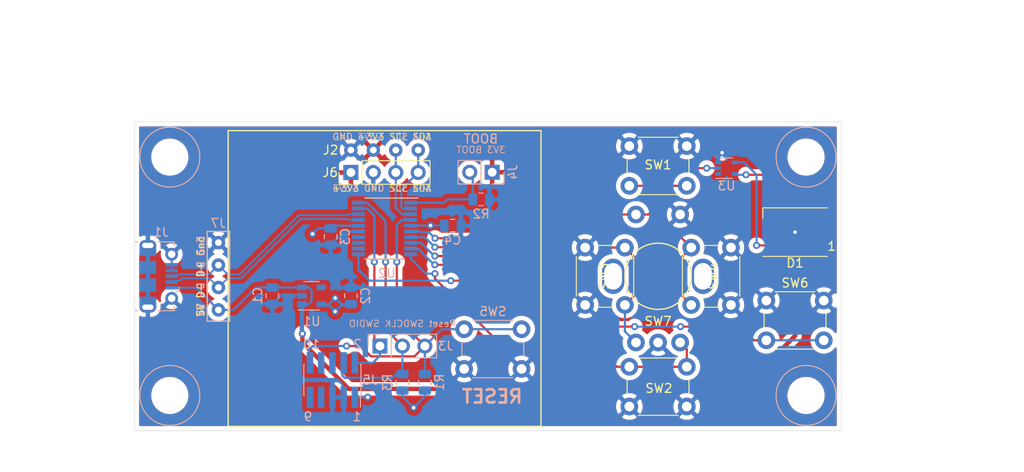
<source format=kicad_pcb>
(kicad_pcb (version 20171130) (host pcbnew "(5.1.5)-3")
  (layers (0 F.Cu signal) (31 B.Cu signal) (34 B.Paste user) (35 F.Paste user) (36 B.SilkS user) (37 F.SilkS user) (38 B.Mask user) (39 F.Mask user) (44 Edge.Cuts user))
  (net 0 "")
  (net 1 GND)
  (net 2 VBUS)
  (net 3 +3V3)
  (net 4 D+)
  (net 5 D-)
  (net 6 SDA)
  (net 7 SCL)
  (net 8 Button_Up)
  (net 9 Button_Down)
  (net 10 Button_Left)
  (net 11 Button_Right)
  (net 12 SWDCLK)
  (net 13 SWDIO)
  (net 14 BOOT0)
  (net 15 "Net-(D1-Pad4)")
  (net 16 Kill_Switch)
  (net 17 NeoPixel)
  (net 18 ~Reset)
  (module TRA_KiCad_Footprints:EN11_Encoder (layer F.Cu) (at 144.42 67.15)
    (fp_text reference SW7 (at 0 5.08) (layer F.SilkS))
    (fp_text value Rotary_Encoder_Switch)
    (fp_circle (center 0 0) (end 3.75 0) (layer F.SilkS) (width 0.15))
    (pad MP thru_hole oval (at 5.08 0 180) (size 2.5 4) (drill oval 2 3) (layers *.Cu *.Mask))
    (pad MP thru_hole oval (at -5.08 0) (size 2.5 4) (drill oval 2 3) (layers *.Cu *.Mask))
    (pad S2 thru_hole circle (at 2.5 -7) (size 2 2) (drill 1.1) (layers *.Cu *.Mask) (net 1 GND))
    (pad S1 thru_hole circle (at -2.5 -7) (size 2 2) (drill 1.1) (layers *.Cu *.Mask) (net 8 Button_Up))
    (pad B thru_hole circle (at 2.5 7.5) (size 2 2) (drill 1.1) (layers *.Cu *.Mask) (net 9 Button_Down))
    (pad C thru_hole circle (at 0 7.5) (size 2 2) (drill 1.1) (layers *.Cu *.Mask) (net 1 GND))
    (pad A thru_hole circle (at -2.5 7.5) (size 2 2) (drill 1.1) (layers *.Cu *.Mask) (net 10 Button_Left))
  )
  (module TRA_KiCad_Footprints:01x04_unpopulated (layer B.Cu) (at 94.67 67.15 90)
    (fp_text reference J7 (at 6 0) (layer B.SilkS) (effects (justify mirror)))
    (fp_text value USB_Header)
    (fp_line (start 5.08 1.27) (end -5.08 1.27) (layer B.SilkS) (width 0.15))
    (fp_line (start 5.08 -1.27) (end 5.08 1.27) (layer B.SilkS) (width 0.15))
    (fp_line (start -5.08 -1.27) (end 5.08 -1.27) (layer B.SilkS) (width 0.15))
    (fp_line (start -5.08 1.27) (end -5.08 -1.27) (layer B.SilkS) (width 0.15))
    (pad 4 thru_hole circle (at 3.81 0 90) (size 1.524 1.524) (drill 0.762) (layers *.Cu *.Mask) (net 1 GND))
    (pad 3 thru_hole circle (at 1.27 0 90) (size 1.524 1.524) (drill 0.762) (layers *.Cu *.Mask) (net 4 D+))
    (pad 2 thru_hole circle (at -1.27 0 90) (size 1.524 1.524) (drill 0.762) (layers *.Cu *.Mask) (net 5 D-))
    (pad 1 thru_hole circle (at -3.81 0 90) (size 1.524 1.524) (drill 0.762) (layers *.Cu *.Mask) (net 2 VBUS))
  )
  (module TRA_KiCad_Footprints:1pt3in_OLED (layer F.Cu) (at 113.47 52.85)
    (fp_text reference J2 (at -6.096 0) (layer F.SilkS))
    (fp_text value "I2C Header 1")
    (fp_line (start -17.7 31.3) (end 17.7 31.3) (layer F.SilkS) (width 0.15))
    (fp_line (start -17.7 -2.2) (end 17.7 -2.2) (layer F.SilkS) (width 0.15))
    (fp_line (start -17.7 -2.2) (end -17.7 31.3) (layer F.SilkS) (width 0.15))
    (fp_line (start 17.7 -2.2) (end 17.7 31.3) (layer F.SilkS) (width 0.15))
    (pad 4 thru_hole circle (at 3.81 0) (size 1.524 1.524) (drill 0.762) (layers *.Cu *.Mask) (net 6 SDA))
    (pad 3 thru_hole circle (at 1.27 0) (size 1.524 1.524) (drill 0.762) (layers *.Cu *.Mask) (net 7 SCL))
    (pad 2 thru_hole circle (at -1.27 0) (size 1.524 1.524) (drill 0.762) (layers *.Cu *.Mask) (net 3 +3V3))
    (pad 1 thru_hole circle (at -3.81 0) (size 1.524 1.524) (drill 0.762) (layers *.Cu *.Mask) (net 1 GND))
  )
  (module Connector_PinHeader_2.54mm:PinHeader_1x04_P2.54mm_Vertical (layer F.Cu) (at 109.66 55.39 90)
    (fp_text reference J6 (at 0 -2.33 180) (layer F.SilkS))
    (fp_text value "I2C Header 2")
    (fp_line (start -1.33 -1.33) (end 0 -1.33) (layer F.SilkS) (width 0.12))
    (fp_line (start -1.33 0) (end -1.33 -1.33) (layer F.SilkS) (width 0.12))
    (fp_line (start -1.33 1.27) (end 1.33 1.27) (layer F.SilkS) (width 0.12))
    (fp_line (start 1.33 1.27) (end 1.33 8.95) (layer F.SilkS) (width 0.12))
    (fp_line (start -1.33 1.27) (end -1.33 8.95) (layer F.SilkS) (width 0.12))
    (fp_line (start -1.33 8.95) (end 1.33 8.95) (layer F.SilkS) (width 0.12))
    (pad 4 thru_hole oval (at 0 7.62 90) (size 1.7 1.7) (drill 1) (layers *.Cu *.Mask) (net 6 SDA))
    (pad 3 thru_hole oval (at 0 5.08 90) (size 1.7 1.7) (drill 1) (layers *.Cu *.Mask) (net 7 SCL))
    (pad 2 thru_hole oval (at 0 2.54 90) (size 1.7 1.7) (drill 1) (layers *.Cu *.Mask) (net 1 GND))
    (pad 1 thru_hole rect (at 0 0 90) (size 1.7 1.7) (drill 1) (layers *.Cu *.Mask) (net 3 +3V3))
  )
  (module Connector_PinHeader_1.27mm:PinHeader_2x05_P1.27mm_Vertical_SMD (layer B.Cu) (at 107.57 78.9 90)
    (fp_text reference J5 (at 0 4.235) (layer B.SilkS) (effects (justify mirror)))
    (fp_text value "SWD Header")
    (fp_line (start 1.765 -3.17) (end 1.765 -3.235) (layer B.SilkS) (width 0.12))
    (fp_line (start -1.765 -3.17) (end -1.765 -3.235) (layer B.SilkS) (width 0.12))
    (fp_line (start 1.765 3.235) (end 1.765 3.17) (layer B.SilkS) (width 0.12))
    (fp_line (start -1.765 3.235) (end -1.765 3.17) (layer B.SilkS) (width 0.12))
    (fp_line (start -3.09 3.17) (end -1.765 3.17) (layer B.SilkS) (width 0.12))
    (fp_line (start -1.765 -3.235) (end 1.765 -3.235) (layer B.SilkS) (width 0.12))
    (fp_line (start -1.765 3.235) (end 1.765 3.235) (layer B.SilkS) (width 0.12))
    (pad 10 smd rect (at 1.95 -2.54 90) (size 2.4 0.74) (layers B.Cu B.Paste B.Mask) (net 18 ~Reset))
    (pad 9 smd rect (at -1.95 -2.54 90) (size 2.4 0.74) (layers B.Cu B.Paste B.Mask))
    (pad 8 smd rect (at 1.95 -1.27 90) (size 2.4 0.74) (layers B.Cu B.Paste B.Mask))
    (pad 7 smd rect (at -1.95 -1.27 90) (size 2.4 0.74) (layers B.Cu B.Paste B.Mask))
    (pad 6 smd rect (at 1.95 0 90) (size 2.4 0.74) (layers B.Cu B.Paste B.Mask))
    (pad 5 smd rect (at -1.95 0 90) (size 2.4 0.74) (layers B.Cu B.Paste B.Mask) (net 1 GND))
    (pad 4 smd rect (at 1.95 1.27 90) (size 2.4 0.74) (layers B.Cu B.Paste B.Mask) (net 12 SWDCLK))
    (pad 3 smd rect (at -1.95 1.27 90) (size 2.4 0.74) (layers B.Cu B.Paste B.Mask) (net 1 GND))
    (pad 2 smd rect (at 1.95 2.54 90) (size 2.4 0.74) (layers B.Cu B.Paste B.Mask) (net 13 SWDIO))
    (pad 1 smd rect (at -1.95 2.54 90) (size 2.4 0.74) (layers B.Cu B.Paste B.Mask) (net 3 +3V3))
  )
  (module Package_TO_SOT_SMD:SOT-353_SC-70-5 (layer B.Cu) (at 152.17 54.9)
    (fp_text reference U3 (at 0 2) (layer B.SilkS) (effects (justify mirror)))
    (fp_text value 74LVC1G17)
    (fp_line (start 0.7 1.16) (end -1.2 1.16) (layer B.SilkS) (width 0.12))
    (fp_line (start -0.7 -1.16) (end 0.7 -1.16) (layer B.SilkS) (width 0.12))
    (pad 1 smd rect (at -0.95 0.65) (size 0.65 0.4) (layers B.Cu B.Paste B.Mask))
    (pad 3 smd rect (at -0.95 -0.65) (size 0.65 0.4) (layers B.Cu B.Paste B.Mask) (net 1 GND))
    (pad 2 smd rect (at -0.95 0) (size 0.65 0.4) (layers B.Cu B.Paste B.Mask) (net 17 NeoPixel))
    (pad 4 smd rect (at 0.95 -0.65) (size 0.65 0.4) (layers B.Cu B.Paste B.Mask) (net 15 "Net-(D1-Pad4)"))
    (pad 5 smd rect (at 0.95 0.65) (size 0.65 0.4) (layers B.Cu B.Paste B.Mask) (net 2 VBUS))
  )
  (module Button_Switch_THT:SW_PUSH_6mm (layer F.Cu) (at 156.67 69.9)
    (fp_text reference SW6 (at 3.25 -2) (layer F.SilkS))
    (fp_text value SW_SPST)
    (fp_line (start 6.75 3) (end 6.75 1.5) (layer F.SilkS) (width 0.12))
    (fp_line (start 5.5 -1) (end 1 -1) (layer F.SilkS) (width 0.12))
    (fp_line (start -0.25 1.5) (end -0.25 3) (layer F.SilkS) (width 0.12))
    (fp_line (start 1 5.5) (end 5.5 5.5) (layer F.SilkS) (width 0.12))
    (pad 1 thru_hole circle (at 6.5 0 90) (size 2 2) (drill 1.1) (layers *.Cu *.Mask) (net 1 GND))
    (pad 2 thru_hole circle (at 6.5 4.5 90) (size 2 2) (drill 1.1) (layers *.Cu *.Mask) (net 16 Kill_Switch))
    (pad 1 thru_hole circle (at 0 0 90) (size 2 2) (drill 1.1) (layers *.Cu *.Mask) (net 1 GND))
    (pad 2 thru_hole circle (at 0 4.5 90) (size 2 2) (drill 1.1) (layers *.Cu *.Mask) (net 16 Kill_Switch))
  )
  (module LED_SMD:LED_WS2812B_PLCC4_5.0x5.0mm_P3.2mm (layer F.Cu) (at 159.92 62.15 180)
    (fp_text reference D1 (at 0 -3.5) (layer F.SilkS))
    (fp_text value WS2812B)
    (fp_line (start 3.65 2.75) (end 3.65 1.6) (layer F.SilkS) (width 0.12))
    (fp_line (start -3.65 2.75) (end 3.65 2.75) (layer F.SilkS) (width 0.12))
    (fp_line (start -3.65 -2.75) (end 3.65 -2.75) (layer F.SilkS) (width 0.12))
    (fp_text user 1 (at -4.15 -1.6) (layer F.SilkS))
    (pad 1 smd rect (at -2.45 -1.6 180) (size 1.5 1) (layers F.Cu F.Paste F.Mask) (net 2 VBUS))
    (pad 2 smd rect (at -2.45 1.6 180) (size 1.5 1) (layers F.Cu F.Paste F.Mask))
    (pad 4 smd rect (at 2.45 -1.6 180) (size 1.5 1) (layers F.Cu F.Paste F.Mask) (net 15 "Net-(D1-Pad4)"))
    (pad 3 smd rect (at 2.45 1.6 180) (size 1.5 1) (layers F.Cu F.Paste F.Mask) (net 1 GND))
  )
  (module Button_Switch_THT:SW_PUSH_6mm (layer B.Cu) (at 128.975 73.145 180)
    (fp_text reference SW5 (at 3.25 2) (layer B.SilkS) (effects (justify mirror)))
    (fp_text value SW_SPST)
    (fp_line (start 6.75 -3) (end 6.75 -1.5) (layer B.SilkS) (width 0.12))
    (fp_line (start 5.5 1) (end 1 1) (layer B.SilkS) (width 0.12))
    (fp_line (start -0.25 -1.5) (end -0.25 -3) (layer B.SilkS) (width 0.12))
    (fp_line (start 1 -5.5) (end 5.5 -5.5) (layer B.SilkS) (width 0.12))
    (pad 1 thru_hole circle (at 6.5 0 90) (size 2 2) (drill 1.1) (layers *.Cu *.Mask) (net 18 ~Reset))
    (pad 2 thru_hole circle (at 6.5 -4.5 90) (size 2 2) (drill 1.1) (layers *.Cu *.Mask) (net 1 GND))
    (pad 1 thru_hole circle (at 0 0 90) (size 2 2) (drill 1.1) (layers *.Cu *.Mask) (net 18 ~Reset))
    (pad 2 thru_hole circle (at 0 -4.5 90) (size 2 2) (drill 1.1) (layers *.Cu *.Mask) (net 1 GND))
  )
  (module Resistor_SMD:R_0805_2012Metric (layer B.Cu) (at 115.49 79.1625 90)
    (fp_text reference R3 (at 0 -1.7 90) (layer B.SilkS) (effects (justify mirror)))
    (fp_text value 10K)
    (fp_line (start -0.258578 -0.71) (end 0.258578 -0.71) (layer B.SilkS) (width 0.12))
    (fp_line (start -0.258578 0.71) (end 0.258578 0.71) (layer B.SilkS) (width 0.12))
    (pad 2 smd roundrect (at 0.9375 0 90) (size 0.975 1.4) (layers B.Cu B.Paste B.Mask) (net 12 SWDCLK))
    (pad 1 smd roundrect (at -0.9375 0 90) (size 0.975 1.4) (layers B.Cu B.Paste B.Mask) (net 3 +3V3))
  )
  (module Resistor_SMD:R_0805_2012Metric (layer B.Cu) (at 124.392 58.438)
    (fp_text reference R2 (at 0 1.65) (layer B.SilkS) (effects (justify mirror)))
    (fp_text value 10K)
    (fp_line (start -0.258578 -0.71) (end 0.258578 -0.71) (layer B.SilkS) (width 0.12))
    (fp_line (start -0.258578 0.71) (end 0.258578 0.71) (layer B.SilkS) (width 0.12))
    (pad 2 smd roundrect (at 0.9375 0) (size 0.975 1.4) (layers B.Cu B.Paste B.Mask) (net 1 GND))
    (pad 1 smd roundrect (at -0.9375 0) (size 0.975 1.4) (layers B.Cu B.Paste B.Mask) (net 14 BOOT0))
  )
  (module Resistor_SMD:R_0805_2012Metric (layer B.Cu) (at 118.03 79.1625 90)
    (fp_text reference R1 (at 0 1.65 90) (layer B.SilkS) (effects (justify mirror)))
    (fp_text value 10K)
    (fp_line (start -0.258578 -0.71) (end 0.258578 -0.71) (layer B.SilkS) (width 0.12))
    (fp_line (start -0.258578 0.71) (end 0.258578 0.71) (layer B.SilkS) (width 0.12))
    (pad 2 smd roundrect (at 0.9375 0 90) (size 0.975 1.4) (layers B.Cu B.Paste B.Mask) (net 18 ~Reset))
    (pad 1 smd roundrect (at -0.9375 0 90) (size 0.975 1.4) (layers B.Cu B.Paste B.Mask) (net 3 +3V3))
  )
  (module Connector_PinHeader_2.54mm:PinHeader_1x02_P2.54mm_Vertical (layer B.Cu) (at 125.65 55.365 90)
    (fp_text reference J4 (at 0 2.33 90) (layer B.SilkS) (effects (justify mirror)))
    (fp_text value Conn_01x02)
    (fp_line (start -1.33 1.33) (end 0 1.33) (layer B.SilkS) (width 0.12))
    (fp_line (start -1.33 0) (end -1.33 1.33) (layer B.SilkS) (width 0.12))
    (fp_line (start -1.33 -1.27) (end 1.33 -1.27) (layer B.SilkS) (width 0.12))
    (fp_line (start 1.33 -1.27) (end 1.33 -3.87) (layer B.SilkS) (width 0.12))
    (fp_line (start -1.33 -1.27) (end -1.33 -3.87) (layer B.SilkS) (width 0.12))
    (fp_line (start -1.33 -3.87) (end 1.33 -3.87) (layer B.SilkS) (width 0.12))
    (pad 2 thru_hole oval (at 0 -2.54 90) (size 1.7 1.7) (drill 1) (layers *.Cu *.Mask) (net 14 BOOT0))
    (pad 1 thru_hole rect (at 0 0 90) (size 1.7 1.7) (drill 1) (layers *.Cu *.Mask) (net 3 +3V3))
  )
  (module Connector_PinHeader_2.54mm:PinHeader_1x03_P2.54mm_Vertical (layer B.Cu) (at 112.95 75.05 270)
    (fp_text reference J3 (at 0 -7.42 180) (layer B.SilkS) (effects (justify mirror)))
    (fp_text value Conn_01x03)
    (fp_line (start -1.33 1.33) (end 0 1.33) (layer B.SilkS) (width 0.12))
    (fp_line (start -1.33 0) (end -1.33 1.33) (layer B.SilkS) (width 0.12))
    (fp_line (start -1.33 -1.27) (end 1.33 -1.27) (layer B.SilkS) (width 0.12))
    (fp_line (start 1.33 -1.27) (end 1.33 -6.41) (layer B.SilkS) (width 0.12))
    (fp_line (start -1.33 -1.27) (end -1.33 -6.41) (layer B.SilkS) (width 0.12))
    (fp_line (start -1.33 -6.41) (end 1.33 -6.41) (layer B.SilkS) (width 0.12))
    (pad 3 thru_hole oval (at 0 -5.08 270) (size 1.7 1.7) (drill 1) (layers *.Cu *.Mask) (net 18 ~Reset))
    (pad 2 thru_hole oval (at 0 -2.54 270) (size 1.7 1.7) (drill 1) (layers *.Cu *.Mask) (net 12 SWDCLK))
    (pad 1 thru_hole rect (at 0 0 270) (size 1.7 1.7) (drill 1) (layers *.Cu *.Mask) (net 13 SWDIO))
  )
  (module Button_Switch_THT:SW_PUSH_6mm_H9.5mm (layer F.Cu) (at 141.17 77.4)
    (fp_text reference SW2 (at 3.34 2.44) (layer F.SilkS))
    (fp_text value SW_SPST)
    (fp_line (start 1 5.5) (end 5.5 5.5) (layer F.SilkS) (width 0.12))
    (fp_line (start -0.25 1.5) (end -0.25 3) (layer F.SilkS) (width 0.12))
    (fp_line (start 5.5 -1) (end 1 -1) (layer F.SilkS) (width 0.12))
    (fp_line (start 6.75 3) (end 6.75 1.5) (layer F.SilkS) (width 0.12))
    (pad 2 thru_hole circle (at 0 4.5 90) (size 2 2) (drill 1.1) (layers *.Cu *.Mask) (net 1 GND))
    (pad 1 thru_hole circle (at 0 0 90) (size 2 2) (drill 1.1) (layers *.Cu *.Mask) (net 9 Button_Down))
    (pad 2 thru_hole circle (at 6.5 4.5 90) (size 2 2) (drill 1.1) (layers *.Cu *.Mask) (net 1 GND))
    (pad 1 thru_hole circle (at 6.5 0 90) (size 2 2) (drill 1.1) (layers *.Cu *.Mask) (net 9 Button_Down))
  )
  (module Button_Switch_THT:SW_PUSH_6mm_H9.5mm (layer F.Cu) (at 147.67 56.9 180)
    (fp_text reference SW1 (at 3.25 2.38) (layer F.SilkS))
    (fp_text value SW_SPST)
    (fp_line (start 6.75 3) (end 6.75 1.5) (layer F.SilkS) (width 0.12))
    (fp_line (start 5.5 -1) (end 1 -1) (layer F.SilkS) (width 0.12))
    (fp_line (start -0.25 1.5) (end -0.25 3) (layer F.SilkS) (width 0.12))
    (fp_line (start 1 5.5) (end 5.5 5.5) (layer F.SilkS) (width 0.12))
    (pad 1 thru_hole circle (at 6.5 0 270) (size 2 2) (drill 1.1) (layers *.Cu *.Mask) (net 8 Button_Up))
    (pad 2 thru_hole circle (at 6.5 4.5 270) (size 2 2) (drill 1.1) (layers *.Cu *.Mask) (net 1 GND))
    (pad 1 thru_hole circle (at 0 0 270) (size 2 2) (drill 1.1) (layers *.Cu *.Mask) (net 8 Button_Up))
    (pad 2 thru_hole circle (at 0 4.5 270) (size 2 2) (drill 1.1) (layers *.Cu *.Mask) (net 1 GND))
  )
  (module Button_Switch_THT:SW_PUSH_6mm_H9.5mm (layer F.Cu) (at 148.17 70.4 90)
    (fp_text reference SW4 (at 3.25 2.5 90) (layer F.SilkS))
    (fp_text value SW_SPST)
    (fp_line (start 1 5.5) (end 5.5 5.5) (layer F.SilkS) (width 0.12))
    (fp_line (start -0.25 1.5) (end -0.25 3) (layer F.SilkS) (width 0.12))
    (fp_line (start 5.5 -1) (end 1 -1) (layer F.SilkS) (width 0.12))
    (fp_line (start 6.75 3) (end 6.75 1.5) (layer F.SilkS) (width 0.12))
    (pad 2 thru_hole circle (at 0 4.5 180) (size 2 2) (drill 1.1) (layers *.Cu *.Mask) (net 1 GND))
    (pad 1 thru_hole circle (at 0 0 180) (size 2 2) (drill 1.1) (layers *.Cu *.Mask) (net 11 Button_Right))
    (pad 2 thru_hole circle (at 6.5 4.5 180) (size 2 2) (drill 1.1) (layers *.Cu *.Mask) (net 1 GND))
    (pad 1 thru_hole circle (at 6.5 0 180) (size 2 2) (drill 1.1) (layers *.Cu *.Mask) (net 11 Button_Right))
  )
  (module MountingHole:MountingHole_3.2mm_M3 (layer F.Cu) (at 89.17 80.65)
    (fp_text reference H4 hide)
    (fp_text value MountingHole)
    (pad 1 np_thru_hole circle (at 0 0) (size 3.2 3.2) (drill 3.2) (layers *.Cu *.Mask))
  )
  (module MountingHole:MountingHole_3.2mm_M3 (layer F.Cu) (at 161.17 53.65)
    (fp_text reference H3 hide)
    (fp_text value MountingHole)
    (pad 1 np_thru_hole circle (at 0 0) (size 3.2 3.2) (drill 3.2) (layers *.Cu *.Mask))
  )
  (module MountingHole:MountingHole_3.2mm_M3 (layer F.Cu) (at 161.17 80.65)
    (fp_text reference H2 hide)
    (fp_text value MountingHole)
    (pad 1 np_thru_hole circle (at 0 0) (size 3.2 3.2) (drill 3.2) (layers *.Cu *.Mask))
  )
  (module MountingHole:MountingHole_3.2mm_M3 (layer F.Cu) (at 89.17 53.65)
    (fp_text reference H1 hide)
    (fp_text value MountingHole)
    (pad 1 np_thru_hole circle (at 0 0) (size 3.2 3.2) (drill 3.2) (layers *.Cu *.Mask))
  )
  (module Package_SO:TSSOP-20_4.4x6.5mm_P0.65mm (layer B.Cu) (at 113.47 61.74 180)
    (fp_text reference U2 (at -0.254 -5.08) (layer B.SilkS) (effects (justify mirror)))
    (fp_text value STM32F042F6Px)
    (fp_line (start -2.225 -3.45) (end 2.225 -3.45) (layer B.SilkS) (width 0.15))
    (fp_line (start -3.75 3.45) (end 2.225 3.45) (layer B.SilkS) (width 0.15))
    (pad 1 smd rect (at -2.95 2.925 180) (size 1.45 0.45) (layers B.Cu B.Paste B.Mask) (net 14 BOOT0))
    (pad 2 smd rect (at -2.95 2.275 180) (size 1.45 0.45) (layers B.Cu B.Paste B.Mask) (net 6 SDA))
    (pad 3 smd rect (at -2.95 1.625 180) (size 1.45 0.45) (layers B.Cu B.Paste B.Mask) (net 7 SCL))
    (pad 4 smd rect (at -2.95 0.975 180) (size 1.45 0.45) (layers B.Cu B.Paste B.Mask) (net 18 ~Reset))
    (pad 5 smd rect (at -2.95 0.325 180) (size 1.45 0.45) (layers B.Cu B.Paste B.Mask) (net 3 +3V3))
    (pad 6 smd rect (at -2.95 -0.325 180) (size 1.45 0.45) (layers B.Cu B.Paste B.Mask) (net 17 NeoPixel))
    (pad 7 smd rect (at -2.95 -0.975 180) (size 1.45 0.45) (layers B.Cu B.Paste B.Mask) (net 8 Button_Up))
    (pad 8 smd rect (at -2.95 -1.625 180) (size 1.45 0.45) (layers B.Cu B.Paste B.Mask) (net 11 Button_Right))
    (pad 9 smd rect (at -2.95 -2.275 180) (size 1.45 0.45) (layers B.Cu B.Paste B.Mask) (net 10 Button_Left))
    (pad 10 smd rect (at -2.95 -2.925 180) (size 1.45 0.45) (layers B.Cu B.Paste B.Mask) (net 9 Button_Down))
    (pad 11 smd rect (at 2.95 -2.925 180) (size 1.45 0.45) (layers B.Cu B.Paste B.Mask) (net 16 Kill_Switch))
    (pad 12 smd rect (at 2.95 -2.275 180) (size 1.45 0.45) (layers B.Cu B.Paste B.Mask))
    (pad 13 smd rect (at 2.95 -1.625 180) (size 1.45 0.45) (layers B.Cu B.Paste B.Mask))
    (pad 14 smd rect (at 2.95 -0.975 180) (size 1.45 0.45) (layers B.Cu B.Paste B.Mask))
    (pad 15 smd rect (at 2.95 -0.325 180) (size 1.45 0.45) (layers B.Cu B.Paste B.Mask) (net 1 GND))
    (pad 16 smd rect (at 2.95 0.325 180) (size 1.45 0.45) (layers B.Cu B.Paste B.Mask) (net 3 +3V3))
    (pad 17 smd rect (at 2.95 0.975 180) (size 1.45 0.45) (layers B.Cu B.Paste B.Mask) (net 5 D-))
    (pad 18 smd rect (at 2.95 1.625 180) (size 1.45 0.45) (layers B.Cu B.Paste B.Mask) (net 4 D+))
    (pad 19 smd rect (at 2.95 2.275 180) (size 1.45 0.45) (layers B.Cu B.Paste B.Mask) (net 13 SWDIO))
    (pad 20 smd rect (at 2.95 2.925 180) (size 1.45 0.45) (layers B.Cu B.Paste B.Mask) (net 12 SWDCLK))
  )
  (module Package_TO_SOT_SMD:SOT-23-5 (layer B.Cu) (at 105.215 69.36)
    (fp_text reference U1 (at 0 2.9) (layer B.SilkS) (effects (justify mirror)))
    (fp_text value AP2127K-3.3)
    (fp_line (start -0.9 -1.61) (end 0.9 -1.61) (layer B.SilkS) (width 0.12))
    (fp_line (start 0.9 1.61) (end -1.55 1.61) (layer B.SilkS) (width 0.12))
    (pad 1 smd rect (at -1.1 0.95) (size 1.06 0.65) (layers B.Cu B.Paste B.Mask) (net 2 VBUS))
    (pad 2 smd rect (at -1.1 0) (size 1.06 0.65) (layers B.Cu B.Paste B.Mask) (net 1 GND))
    (pad 3 smd rect (at -1.1 -0.95) (size 1.06 0.65) (layers B.Cu B.Paste B.Mask) (net 2 VBUS))
    (pad 4 smd rect (at 1.1 -0.95) (size 1.06 0.65) (layers B.Cu B.Paste B.Mask))
    (pad 5 smd rect (at 1.1 0.95) (size 1.06 0.65) (layers B.Cu B.Paste B.Mask) (net 3 +3V3))
  )
  (module Button_Switch_THT:SW_PUSH_6mm_H9.5mm (layer F.Cu) (at 140.67 63.9 270)
    (fp_text reference SW3 (at 3.25 2.32 90) (layer F.SilkS))
    (fp_text value SW_SPST)
    (fp_line (start 6.75 3) (end 6.75 1.5) (layer F.SilkS) (width 0.12))
    (fp_line (start 5.5 -1) (end 1 -1) (layer F.SilkS) (width 0.12))
    (fp_line (start -0.25 1.5) (end -0.25 3) (layer F.SilkS) (width 0.12))
    (fp_line (start 1 5.5) (end 5.5 5.5) (layer F.SilkS) (width 0.12))
    (pad 1 thru_hole circle (at 6.5 0) (size 2 2) (drill 1.1) (layers *.Cu *.Mask) (net 10 Button_Left))
    (pad 2 thru_hole circle (at 6.5 4.5) (size 2 2) (drill 1.1) (layers *.Cu *.Mask) (net 1 GND))
    (pad 1 thru_hole circle (at 0 0) (size 2 2) (drill 1.1) (layers *.Cu *.Mask) (net 10 Button_Left))
    (pad 2 thru_hole circle (at 0 4.5) (size 2 2) (drill 1.1) (layers *.Cu *.Mask) (net 1 GND))
  )
  (module Connector_USB:USB_Micro-B_Molex-105017-0001 (layer B.Cu) (at 87.92 67.15 90)
    (fp_text reference J1 (at 5 0.25) (layer B.SilkS) (effects (justify mirror)))
    (fp_text value USB_B_Micro)
    (fp_line (start -3.9 1.7625) (end -3.45 1.7625) (layer B.SilkS) (width 0.12))
    (fp_line (start -3.9 -0.0875) (end -3.9 1.7625) (layer B.SilkS) (width 0.12))
    (fp_line (start 3.9 -2.6375) (end 3.9 -2.3875) (layer B.SilkS) (width 0.12))
    (fp_line (start -3.9 -2.6375) (end -3.9 -2.3875) (layer B.SilkS) (width 0.12))
    (fp_line (start 3.9 -0.0875) (end 3.9 1.7625) (layer B.SilkS) (width 0.12))
    (fp_line (start 3.9 1.7625) (end 3.45 1.7625) (layer B.SilkS) (width 0.12))
    (fp_line (start -1.7 2.3125) (end -1.25 2.3125) (layer B.SilkS) (width 0.12))
    (fp_line (start -1.7 2.3125) (end -1.7 1.8625) (layer B.SilkS) (width 0.12))
    (pad 6 smd rect (at 1 -1.2375 90) (size 1.5 1.9) (layers B.Cu B.Paste B.Mask) (net 1 GND))
    (pad 6 thru_hole circle (at -2.5 1.4625 90) (size 1.45 1.45) (drill 0.85) (layers *.Cu *.Mask) (net 1 GND))
    (pad 2 smd rect (at -0.65 1.4625 90) (size 0.4 1.35) (layers B.Cu B.Paste B.Mask) (net 5 D-))
    (pad 1 smd rect (at -1.3 1.4625 90) (size 0.4 1.35) (layers B.Cu B.Paste B.Mask) (net 2 VBUS))
    (pad 5 smd rect (at 1.3 1.4625 90) (size 0.4 1.35) (layers B.Cu B.Paste B.Mask) (net 1 GND))
    (pad 4 smd rect (at 0.65 1.4625 90) (size 0.4 1.35) (layers B.Cu B.Paste B.Mask) (net 1 GND))
    (pad 3 smd rect (at 0 1.4625 90) (size 0.4 1.35) (layers B.Cu B.Paste B.Mask) (net 4 D+))
    (pad 6 thru_hole circle (at 2.5 1.4625 90) (size 1.45 1.45) (drill 0.85) (layers *.Cu *.Mask) (net 1 GND))
    (pad 6 smd rect (at -1 -1.2375 90) (size 1.5 1.9) (layers B.Cu B.Paste B.Mask) (net 1 GND))
    (pad 6 thru_hole oval (at -3.5 -1.2375 270) (size 1.2 1.9) (drill oval 0.6 1.3) (layers *.Cu *.Mask) (net 1 GND))
    (pad 6 thru_hole oval (at 3.5 -1.2375 90) (size 1.2 1.9) (drill oval 0.6 1.3) (layers *.Cu *.Mask) (net 1 GND))
    (pad 6 smd rect (at 2.9 -1.2375 90) (size 1.2 1.9) (layers B.Cu B.Mask) (net 1 GND))
    (pad 6 smd rect (at -2.9 -1.2375 90) (size 1.2 1.9) (layers B.Cu B.Mask) (net 1 GND))
  )
  (module Capacitor_SMD:C_0805_2012Metric (layer B.Cu) (at 121.17 61.4)
    (fp_text reference C4 (at 0 1.65 180) (layer B.SilkS) (effects (justify mirror)))
    (fp_text value 0.1uF)
    (fp_line (start -0.258578 -0.71) (end 0.258578 -0.71) (layer B.SilkS) (width 0.12))
    (fp_line (start -0.258578 0.71) (end 0.258578 0.71) (layer B.SilkS) (width 0.12))
    (pad 2 smd roundrect (at 0.9375 0) (size 0.975 1.4) (layers B.Cu B.Paste B.Mask) (net 1 GND))
    (pad 1 smd roundrect (at -0.9375 0) (size 0.975 1.4) (layers B.Cu B.Paste B.Mask) (net 3 +3V3))
  )
  (module Capacitor_SMD:C_0805_2012Metric (layer B.Cu) (at 107.37 62.6525 90)
    (fp_text reference C3 (at 0 1.65 270) (layer B.SilkS) (effects (justify mirror)))
    (fp_text value 0.1uF)
    (fp_line (start -0.258578 -0.71) (end 0.258578 -0.71) (layer B.SilkS) (width 0.12))
    (fp_line (start -0.258578 0.71) (end 0.258578 0.71) (layer B.SilkS) (width 0.12))
    (pad 2 smd roundrect (at 0.9375 0 90) (size 0.975 1.4) (layers B.Cu B.Paste B.Mask) (net 3 +3V3))
    (pad 1 smd roundrect (at -0.9375 0 90) (size 0.975 1.4) (layers B.Cu B.Paste B.Mask) (net 1 GND))
  )
  (module Capacitor_SMD:C_0805_2012Metric (layer B.Cu) (at 109.66 69.36 90)
    (fp_text reference C2 (at 0 1.65 90) (layer B.SilkS) (effects (justify mirror)))
    (fp_text value 4.7uF)
    (fp_line (start -0.258578 -0.71) (end 0.258578 -0.71) (layer B.SilkS) (width 0.12))
    (fp_line (start -0.258578 0.71) (end 0.258578 0.71) (layer B.SilkS) (width 0.12))
    (pad 2 smd roundrect (at 0.9375 0 90) (size 0.975 1.4) (layers B.Cu B.Paste B.Mask) (net 1 GND))
    (pad 1 smd roundrect (at -0.9375 0 90) (size 0.975 1.4) (layers B.Cu B.Paste B.Mask) (net 3 +3V3))
  )
  (module Capacitor_SMD:C_0805_2012Metric (layer B.Cu) (at 100.77 69.36 270)
    (fp_text reference C1 (at 0 1.65 270) (layer B.SilkS) (effects (justify mirror)))
    (fp_text value 4.7uF)
    (fp_line (start -0.258578 -0.71) (end 0.258578 -0.71) (layer B.SilkS) (width 0.12))
    (fp_line (start -0.258578 0.71) (end 0.258578 0.71) (layer B.SilkS) (width 0.12))
    (pad 2 smd roundrect (at 0.9375 0 270) (size 0.975 1.4) (layers B.Cu B.Paste B.Mask) (net 1 GND))
    (pad 1 smd roundrect (at -0.9375 0 270) (size 0.975 1.4) (layers B.Cu B.Paste B.Mask) (net 2 VBUS))
  )
  (gr_text "Gnd D+ D- 5V" (at 92.67 67.15 90) (layer B.SilkS) (effects (font (size 0.8 0.8)) (justify mirror)))
  (gr_text "5V D- D+ Gnd" (at 92.67 67.15 90) (layer F.SilkS) (effects (font (size 0.8 0.8))))
  (gr_text "+3V3 GND SCL SDA" (at 113.17 57.19) (layer F.SilkS) (effects (font (size 0.75 0.75) (thickness 0.1))))
  (gr_text "SDA SCL GND +3V3" (at 113.17 57.19) (layer B.SilkS) (effects (font (size 0.75 0.75) (thickness 0.1)) (justify mirror)))
  (gr_circle (center 161.17 53.65) (end 163.57 51.25) (layer B.SilkS) (width 0.12))
  (gr_circle (center 161.17 80.65) (end 163.57 78.25) (layer B.SilkS) (width 0.12))
  (gr_circle (center 89.17 80.65) (end 91.57 78.25) (layer B.SilkS) (width 0.12))
  (gr_circle (center 89.17 53.65) (end 91.57 51.25) (layer B.SilkS) (width 0.12))
  (gr_text "2     10" (at 107.57 74.85) (layer B.SilkS) (effects (font (size 1 1)) (justify mirror)))
  (gr_text "1      9" (at 107.57 83.05) (layer B.SilkS) (effects (font (size 1 1)) (justify mirror)))
  (gr_text "SDA SCL +3V3 GND" (at 113.17 51.348) (layer B.SilkS) (effects (font (size 0.75 0.75) (thickness 0.1)) (justify mirror)))
  (gr_text "GND +3V3 SCL SDA" (at 113.17 51.348) (layer F.SilkS) (effects (font (size 0.75 0.75) (thickness 0.1))))
  (gr_text RESET (at 125.65 80.765) (layer B.SilkS) (effects (font (size 1.5 1.5) (thickness 0.3)) (justify mirror)))
  (gr_text BOOT (at 124.38 51.58) (layer B.SilkS) (effects (font (size 1 1)) (justify mirror)))
  (gr_text "3V3 BOOT" (at 124.38 52.825) (layer B.SilkS) (effects (font (size 0.75 0.75) (thickness 0.1)) (justify mirror)))
  (gr_text "Reset SWDCLK SWDIO\n" (at 115.49 72.51) (layer B.SilkS) (effects (font (size 0.75 0.75) (thickness 0.1)) (justify mirror)))
  (gr_line (start 85.17 84.65) (end 85.17 49.65) (layer Edge.Cuts) (width 0.05))
  (gr_line (start 165.17 84.65) (end 85.17 84.65) (layer Edge.Cuts) (width 0.05))
  (gr_line (start 165.17 49.65) (end 165.17 84.65) (layer Edge.Cuts) (width 0.05))
  (gr_line (start 85.17 49.65) (end 165.17 49.65) (layer Edge.Cuts) (width 0.05))
  (segment (start 101.7075 69.36) (end 100.77 70.2975) (width 0.25) (layer B.Cu) (net 1))
  (segment (start 104.115 69.36) (end 101.7075 69.36) (width 0.25) (layer B.Cu) (net 1))
  (segment (start 108.895 62.065) (end 107.37 63.59) (width 0.25) (layer B.Cu) (net 1))
  (segment (start 110.52 62.065) (end 108.895 62.065) (width 0.25) (layer B.Cu) (net 1))
  (via (at 151.67 53.15) (size 0.8) (drill 0.4) (layers F.Cu B.Cu) (net 1))
  (segment (start 151.22 54.25) (end 151.22 53.6) (width 0.25) (layer B.Cu) (net 1))
  (segment (start 151.22 53.6) (end 151.67 53.15) (width 0.25) (layer B.Cu) (net 1))
  (via (at 159.92 62.15) (size 0.8) (drill 0.4) (layers F.Cu B.Cu) (net 1))
  (segment (start 158.32 60.55) (end 157.47 60.55) (width 0.25) (layer F.Cu) (net 1))
  (segment (start 159.92 62.15) (end 158.32 60.55) (width 0.25) (layer F.Cu) (net 1))
  (segment (start 108.7 79.4) (end 108.15 78.85) (width 0.25) (layer B.Cu) (net 1))
  (segment (start 108.7 80.85) (end 108.7 79.4) (width 0.25) (layer B.Cu) (net 1))
  (segment (start 108.15 78.85) (end 106.17 78.85) (width 0.25) (layer B.Cu) (net 1))
  (segment (start 89.3825 66.5) (end 89.3825 64.65) (width 0.25) (layer B.Cu) (net 1))
  (segment (start 104.115 70.31) (end 104.9 70.31) (width 0.25) (layer B.Cu) (net 2))
  (segment (start 104.9 70.31) (end 105.215 69.995) (width 0.25) (layer B.Cu) (net 2))
  (segment (start 105.215 69.995) (end 105.215 68.725) (width 0.25) (layer B.Cu) (net 2))
  (segment (start 104.9 68.41) (end 104.115 68.41) (width 0.25) (layer B.Cu) (net 2))
  (segment (start 105.215 68.725) (end 104.9 68.41) (width 0.25) (layer B.Cu) (net 2))
  (segment (start 104.1025 68.4225) (end 104.115 68.41) (width 0.25) (layer B.Cu) (net 2))
  (segment (start 100.77 68.4225) (end 104.1025 68.4225) (width 0.25) (layer B.Cu) (net 2))
  (via (at 104.17 73.65) (size 0.8) (drill 0.4) (layers F.Cu B.Cu) (net 2))
  (segment (start 104.115 70.31) (end 104.115 73.595) (width 0.5) (layer B.Cu) (net 2))
  (segment (start 104.115 73.595) (end 104.17 73.65) (width 0.25) (layer B.Cu) (net 2))
  (segment (start 162.37 63) (end 160.77 61.4) (width 0.25) (layer F.Cu) (net 2))
  (segment (start 162.37 63.75) (end 162.37 63) (width 0.25) (layer F.Cu) (net 2))
  (segment (start 160.77 61.4) (end 160.77 59.45) (width 0.25) (layer F.Cu) (net 2))
  (via (at 154.37 55.65) (size 0.8) (drill 0.4) (layers F.Cu B.Cu) (net 2))
  (segment (start 160.77 59.45) (end 156.97 55.65) (width 0.25) (layer F.Cu) (net 2))
  (segment (start 156.97 55.65) (end 154.37 55.65) (width 0.25) (layer F.Cu) (net 2))
  (segment (start 153.22 55.65) (end 153.12 55.55) (width 0.25) (layer B.Cu) (net 2))
  (segment (start 154.37 55.65) (end 153.22 55.65) (width 0.25) (layer B.Cu) (net 2))
  (segment (start 153.92 79.9) (end 159.92 73.9) (width 0.5) (layer F.Cu) (net 2))
  (segment (start 162.37 64.5) (end 162.37 63.75) (width 0.5) (layer F.Cu) (net 2))
  (segment (start 159.92 73.9) (end 159.92 66.95) (width 0.5) (layer F.Cu) (net 2))
  (segment (start 159.92 66.95) (end 162.37 64.5) (width 0.5) (layer F.Cu) (net 2))
  (segment (start 104.17 73.65) (end 104.17 74.65) (width 0.5) (layer F.Cu) (net 2))
  (segment (start 109.42 79.9) (end 153.92 79.9) (width 0.5) (layer F.Cu) (net 2))
  (segment (start 104.17 74.65) (end 109.42 79.9) (width 0.5) (layer F.Cu) (net 2))
  (segment (start 92.16 68.45) (end 94.67 70.96) (width 0.25) (layer B.Cu) (net 2))
  (segment (start 89.3825 68.45) (end 92.16 68.45) (width 0.25) (layer B.Cu) (net 2))
  (segment (start 94.67 70.96) (end 96.36 70.96) (width 0.25) (layer B.Cu) (net 2))
  (segment (start 98.8975 68.4225) (end 100.77 68.4225) (width 0.25) (layer B.Cu) (net 2))
  (segment (start 96.36 70.96) (end 98.8975 68.4225) (width 0.25) (layer B.Cu) (net 2))
  (segment (start 108.578 70.442) (end 107.882 71.138) (width 0.25) (layer B.Cu) (net 3))
  (segment (start 109.449 70.442) (end 108.578 70.442) (width 0.25) (layer B.Cu) (net 3))
  (segment (start 107.1985 70.4545) (end 107.882 71.138) (width 0.25) (layer B.Cu) (net 3))
  (segment (start 106.104 70.4545) (end 107.1985 70.4545) (width 0.25) (layer B.Cu) (net 3))
  (via (at 107.882 71.138) (size 0.8) (drill 0.4) (layers F.Cu B.Cu) (net 3))
  (segment (start 106.3275 70.2975) (end 106.315 70.31) (width 0.25) (layer B.Cu) (net 3))
  (via (at 107.882 69.614) (size 0.8) (drill 0.4) (layers F.Cu B.Cu) (net 3))
  (segment (start 107.186 70.31) (end 107.882 69.614) (width 0.25) (layer B.Cu) (net 3))
  (segment (start 106.315 70.31) (end 107.186 70.31) (width 0.25) (layer B.Cu) (net 3))
  (segment (start 108.5655 70.2975) (end 107.882 69.614) (width 0.25) (layer B.Cu) (net 3))
  (segment (start 109.66 70.2975) (end 108.5655 70.2975) (width 0.25) (layer B.Cu) (net 3))
  (segment (start 116.435 61.4) (end 116.42 61.415) (width 0.25) (layer B.Cu) (net 3))
  (segment (start 120.2325 61.4) (end 118.67 61.4) (width 0.25) (layer B.Cu) (net 3))
  (segment (start 118.67 61.4) (end 116.435 61.4) (width 0.25) (layer B.Cu) (net 3))
  (via (at 118.67 61.4) (size 0.8) (drill 0.4) (layers F.Cu B.Cu) (net 3))
  (segment (start 118.03 80.1) (end 118.03 80.765) (width 0.25) (layer B.Cu) (net 3))
  (segment (start 118.03 80.765) (end 116.76 82.035) (width 0.25) (layer B.Cu) (net 3))
  (segment (start 115.49 80.765) (end 116.76 82.035) (width 0.25) (layer B.Cu) (net 3))
  (segment (start 115.49 80.1) (end 115.49 80.765) (width 0.25) (layer B.Cu) (net 3))
  (segment (start 116.76 82.035) (end 116.76 82.035) (width 0.25) (layer B.Cu) (net 3))
  (via (at 116.76 82.035) (size 0.8) (drill 0.4) (layers F.Cu B.Cu) (net 3))
  (segment (start 107.67 61.415) (end 107.37 61.715) (width 0.25) (layer B.Cu) (net 3))
  (segment (start 110.52 61.415) (end 107.67 61.415) (width 0.25) (layer B.Cu) (net 3))
  (via (at 105.33 62.35) (size 0.8) (drill 0.4) (layers F.Cu B.Cu) (net 3))
  (segment (start 107.37 61.715) (end 105.965 61.715) (width 0.25) (layer B.Cu) (net 3))
  (segment (start 105.965 61.715) (end 105.33 62.35) (width 0.25) (layer B.Cu) (net 3))
  (via (at 111.57 80.85) (size 0.8) (drill 0.4) (layers F.Cu B.Cu) (net 3))
  (segment (start 109.97 80.85) (end 111.57 80.85) (width 0.25) (layer B.Cu) (net 3))
  (segment (start 89.396103 67.15) (end 89.546102 67.000001) (width 0.2) (layer B.Cu) (net 4))
  (segment (start 89.546102 67.000001) (end 90.297501 67.000001) (width 0.2) (layer B.Cu) (net 4))
  (segment (start 90.297501 67.000001) (end 90.372502 66.925) (width 0.2) (layer B.Cu) (net 4))
  (segment (start 89.3825 67.15) (end 89.396103 67.15) (width 0.2) (layer B.Cu) (net 4))
  (segment (start 93.625 66.925) (end 94.67 65.88) (width 0.2) (layer B.Cu) (net 4))
  (segment (start 90.372502 66.925) (end 93.625 66.925) (width 0.2) (layer B.Cu) (net 4))
  (segment (start 94.67 65.88) (end 95.715 66.925) (width 0.2) (layer B.Cu) (net 4))
  (segment (start 95.715 66.925) (end 97.0768 66.925) (width 0.2) (layer B.Cu) (net 4))
  (segment (start 103.7868 60.215) (end 109.332499 60.215) (width 0.2) (layer B.Cu) (net 4))
  (segment (start 97.0768 66.925) (end 103.7868 60.215) (width 0.2) (layer B.Cu) (net 4))
  (segment (start 109.432499 60.115) (end 110.52 60.115) (width 0.2) (layer B.Cu) (net 4))
  (segment (start 109.332499 60.215) (end 109.432499 60.115) (width 0.2) (layer B.Cu) (net 4))
  (segment (start 90.558885 67.375) (end 93.625 67.375) (width 0.2) (layer B.Cu) (net 5))
  (segment (start 93.625 67.375) (end 94.67 68.42) (width 0.2) (layer B.Cu) (net 5))
  (segment (start 90.283884 67.650001) (end 90.558885 67.375) (width 0.2) (layer B.Cu) (net 5))
  (segment (start 89.3825 67.8) (end 89.532499 67.650001) (width 0.2) (layer B.Cu) (net 5))
  (segment (start 89.532499 67.650001) (end 90.283884 67.650001) (width 0.2) (layer B.Cu) (net 5))
  (segment (start 95.715 67.375) (end 97.2632 67.375) (width 0.2) (layer B.Cu) (net 5))
  (segment (start 94.67 68.42) (end 95.715 67.375) (width 0.2) (layer B.Cu) (net 5))
  (segment (start 109.432499 60.765) (end 110.52 60.765) (width 0.2) (layer B.Cu) (net 5))
  (segment (start 103.9732 60.665) (end 109.332499 60.665) (width 0.2) (layer B.Cu) (net 5))
  (segment (start 109.332499 60.665) (end 109.432499 60.765) (width 0.2) (layer B.Cu) (net 5))
  (segment (start 97.2632 67.375) (end 103.9732 60.665) (width 0.2) (layer B.Cu) (net 5))
  (segment (start 115.369999 57.300001) (end 117.28 55.39) (width 0.25) (layer B.Cu) (net 6))
  (segment (start 116.42 59.465) (end 115.534998 59.465) (width 0.25) (layer B.Cu) (net 6))
  (segment (start 115.369999 59.300001) (end 115.369999 57.300001) (width 0.25) (layer B.Cu) (net 6))
  (segment (start 115.534998 59.465) (end 115.369999 59.300001) (width 0.25) (layer B.Cu) (net 6))
  (segment (start 117.28 54.31237) (end 117.28 52.85) (width 0.25) (layer B.Cu) (net 6))
  (segment (start 117.28 55.39) (end 117.28 54.31237) (width 0.25) (layer B.Cu) (net 6))
  (segment (start 114.74 53.92763) (end 114.74 52.85) (width 0.25) (layer B.Cu) (net 7))
  (segment (start 114.74 59.41) (end 114.74 53.92763) (width 0.25) (layer B.Cu) (net 7))
  (segment (start 115.445 60.115) (end 114.74 59.41) (width 0.25) (layer B.Cu) (net 7))
  (segment (start 116.42 60.115) (end 115.445 60.115) (width 0.25) (layer B.Cu) (net 7))
  (via (at 119.16 63.85) (size 0.8) (drill 0.4) (layers F.Cu B.Cu) (net 8))
  (segment (start 116.42 62.715) (end 118.025 62.715) (width 0.25) (layer B.Cu) (net 8))
  (segment (start 118.025 62.715) (end 119.16 63.85) (width 0.25) (layer B.Cu) (net 8))
  (segment (start 119.16 63.85) (end 132.17 63.85) (width 0.25) (layer F.Cu) (net 8))
  (segment (start 135.87 60.15) (end 141.92 60.15) (width 0.25) (layer F.Cu) (net 8))
  (segment (start 132.17 63.85) (end 135.87 60.15) (width 0.25) (layer F.Cu) (net 8))
  (segment (start 143.334213 60.15) (end 144.42 59.064213) (width 0.25) (layer F.Cu) (net 8))
  (segment (start 141.92 60.15) (end 143.334213 60.15) (width 0.25) (layer F.Cu) (net 8))
  (segment (start 144.42 59.064213) (end 144.42 58.15) (width 0.25) (layer F.Cu) (net 8))
  (segment (start 144.42 58.15) (end 143.17 56.9) (width 0.25) (layer F.Cu) (net 8))
  (segment (start 143.17 56.9) (end 141.17 56.9) (width 0.25) (layer F.Cu) (net 8))
  (segment (start 144.42 58.15) (end 145.67 56.9) (width 0.25) (layer F.Cu) (net 8))
  (segment (start 145.67 56.9) (end 147.67 56.9) (width 0.25) (layer F.Cu) (net 8))
  (via (at 119.17 66.85) (size 0.8) (drill 0.4) (layers F.Cu B.Cu) (net 9))
  (segment (start 116.42 64.665) (end 116.42 65.14) (width 0.25) (layer B.Cu) (net 9))
  (segment (start 116.42 65.14) (end 118.130003 66.850003) (width 0.25) (layer B.Cu) (net 9))
  (segment (start 142.584213 77.4) (end 147.67 77.4) (width 0.25) (layer F.Cu) (net 9))
  (segment (start 141.17 77.4) (end 142.584213 77.4) (width 0.25) (layer F.Cu) (net 9))
  (segment (start 147.67 75.4) (end 146.92 74.65) (width 0.25) (layer F.Cu) (net 9))
  (segment (start 147.67 77.4) (end 147.67 75.4) (width 0.25) (layer F.Cu) (net 9))
  (segment (start 118.130006 66.85) (end 119.17 66.85) (width 0.25) (layer B.Cu) (net 9))
  (segment (start 118.130003 66.850003) (end 118.130006 66.85) (width 0.25) (layer B.Cu) (net 9))
  (segment (start 139.755787 77.4) (end 141.17 77.4) (width 0.25) (layer F.Cu) (net 9))
  (segment (start 137.505787 75.15) (end 139.755787 77.4) (width 0.25) (layer F.Cu) (net 9))
  (segment (start 126.904315 75.15) (end 137.505787 75.15) (width 0.25) (layer F.Cu) (net 9))
  (segment (start 119.17 67.415685) (end 126.904315 75.15) (width 0.25) (layer F.Cu) (net 9))
  (segment (start 119.17 66.85) (end 119.17 67.415685) (width 0.25) (layer F.Cu) (net 9))
  (via (at 119.16 65.85) (size 0.8) (drill 0.4) (layers F.Cu B.Cu) (net 10))
  (segment (start 119.086998 65.85) (end 119.16 65.85) (width 0.25) (layer B.Cu) (net 10))
  (segment (start 116.42 64.015) (end 117.251998 64.015) (width 0.25) (layer B.Cu) (net 10))
  (segment (start 117.251998 64.015) (end 119.086998 65.85) (width 0.25) (layer B.Cu) (net 10))
  (segment (start 140.67 63.9) (end 141.17 64.4) (width 0.25) (layer F.Cu) (net 10))
  (segment (start 140.67 63.9) (end 141.67 64.9) (width 0.25) (layer F.Cu) (net 10))
  (segment (start 141.669999 69.400001) (end 140.67 70.4) (width 0.25) (layer F.Cu) (net 10))
  (segment (start 141.67 64.9) (end 141.669999 69.400001) (width 0.25) (layer F.Cu) (net 10))
  (segment (start 138.67 63.9) (end 140.67 63.9) (width 0.25) (layer F.Cu) (net 10))
  (segment (start 119.16 65.85) (end 136.72 65.85) (width 0.25) (layer F.Cu) (net 10))
  (segment (start 136.72 65.85) (end 138.67 63.9) (width 0.25) (layer F.Cu) (net 10))
  (segment (start 140.67 73.4) (end 141.92 74.65) (width 0.25) (layer B.Cu) (net 10))
  (segment (start 140.67 70.4) (end 140.67 73.4) (width 0.25) (layer B.Cu) (net 10))
  (via (at 119.16 64.85) (size 0.8) (drill 0.4) (layers F.Cu B.Cu) (net 11))
  (segment (start 116.42 63.365) (end 117.601998 63.365) (width 0.25) (layer B.Cu) (net 11))
  (segment (start 119.086998 64.85) (end 119.16 64.85) (width 0.25) (layer B.Cu) (net 11))
  (segment (start 117.601998 63.365) (end 119.086998 64.85) (width 0.25) (layer B.Cu) (net 11))
  (segment (start 132.22 64.85) (end 135.17 61.9) (width 0.25) (layer F.Cu) (net 11))
  (segment (start 119.16 64.85) (end 132.22 64.85) (width 0.25) (layer F.Cu) (net 11))
  (segment (start 146.17 61.9) (end 148.17 63.9) (width 0.25) (layer F.Cu) (net 11))
  (segment (start 135.17 61.9) (end 146.17 61.9) (width 0.25) (layer F.Cu) (net 11))
  (segment (start 148.17 63.9) (end 147.17 64.9) (width 0.25) (layer F.Cu) (net 11))
  (segment (start 147.170001 69.400001) (end 148.17 70.4) (width 0.25) (layer F.Cu) (net 11))
  (segment (start 147.17 64.9) (end 147.170001 69.400001) (width 0.25) (layer F.Cu) (net 11))
  (segment (start 115.49 78.225) (end 115.49 75.05) (width 0.25) (layer B.Cu) (net 12))
  (segment (start 113.585 60.905) (end 113.585 65.525) (width 0.25) (layer B.Cu) (net 12))
  (segment (start 110.52 58.815) (end 111.495 58.815) (width 0.25) (layer B.Cu) (net 12))
  (via (at 113.585 65.525) (size 0.8) (drill 0.4) (layers F.Cu B.Cu) (net 12))
  (segment (start 111.495 58.815) (end 113.585 60.905) (width 0.25) (layer B.Cu) (net 12))
  (segment (start 113.585 73.145) (end 115.49 75.05) (width 0.25) (layer F.Cu) (net 12))
  (segment (start 113.585 65.525) (end 113.585 73.145) (width 0.25) (layer F.Cu) (net 12))
  (segment (start 108.7 76.95) (end 108.7 78.4) (width 0.25) (layer B.Cu) (net 12))
  (segment (start 108.7 78.4) (end 108.95 78.65) (width 0.25) (layer B.Cu) (net 12))
  (segment (start 114.365 78.65) (end 108.95 78.65) (width 0.25) (layer B.Cu) (net 12))
  (segment (start 114.79 78.225) (end 114.365 78.65) (width 0.25) (layer B.Cu) (net 12))
  (segment (start 115.49 78.225) (end 114.79 78.225) (width 0.25) (layer B.Cu) (net 12))
  (via (at 112.315 65.525) (size 0.8) (drill 0.4) (layers F.Cu B.Cu) (net 13))
  (segment (start 112.315 60.285) (end 112.315 65.525) (width 0.25) (layer B.Cu) (net 13))
  (segment (start 110.52 59.465) (end 111.495 59.465) (width 0.25) (layer B.Cu) (net 13))
  (segment (start 111.495 59.465) (end 112.315 60.285) (width 0.25) (layer B.Cu) (net 13))
  (segment (start 112.315 74.415) (end 112.95 75.05) (width 0.25) (layer F.Cu) (net 13))
  (segment (start 112.315 65.525) (end 112.315 74.415) (width 0.25) (layer F.Cu) (net 13))
  (segment (start 112.95 76.15) (end 112.95 75.05) (width 0.25) (layer B.Cu) (net 13))
  (segment (start 112.15 76.95) (end 112.95 76.15) (width 0.25) (layer B.Cu) (net 13))
  (segment (start 109.97 76.95) (end 112.15 76.95) (width 0.25) (layer B.Cu) (net 13))
  (segment (start 116.42 58.815) (end 120.205 58.815) (width 0.25) (layer B.Cu) (net 14))
  (segment (start 120.582 58.438) (end 123.4545 58.438) (width 0.25) (layer B.Cu) (net 14))
  (segment (start 120.205 58.815) (end 120.582 58.438) (width 0.25) (layer B.Cu) (net 14))
  (segment (start 123.4545 55.7095) (end 123.11 55.365) (width 0.25) (layer B.Cu) (net 14))
  (segment (start 123.4545 58.438) (end 123.4545 55.7095) (width 0.25) (layer B.Cu) (net 14))
  (segment (start 153.12 54.25) (end 154.17 54.25) (width 0.25) (layer B.Cu) (net 15))
  (segment (start 154.17 54.25) (end 155.57 55.65) (width 0.25) (layer B.Cu) (net 15))
  (via (at 155.57 63.65) (size 0.8) (drill 0.4) (layers F.Cu B.Cu) (net 15))
  (segment (start 155.57 55.65) (end 155.57 63.65) (width 0.25) (layer B.Cu) (net 15))
  (segment (start 157.37 63.65) (end 157.47 63.75) (width 0.25) (layer F.Cu) (net 15))
  (segment (start 155.57 63.65) (end 157.37 63.65) (width 0.25) (layer F.Cu) (net 15))
  (via (at 120.97 67.65) (size 0.8) (drill 0.4) (layers F.Cu B.Cu) (net 16))
  (segment (start 110.52 66.4) (end 110.52 64.665) (width 0.25) (layer B.Cu) (net 16))
  (segment (start 111.77 67.65) (end 120.97 67.65) (width 0.25) (layer B.Cu) (net 16))
  (segment (start 110.52 66.4) (end 111.77 67.65) (width 0.25) (layer B.Cu) (net 16))
  (segment (start 155.255787 74.4) (end 156.67 74.4) (width 0.25) (layer F.Cu) (net 16))
  (segment (start 153.705787 72.85) (end 155.255787 74.4) (width 0.25) (layer F.Cu) (net 16))
  (via (at 141.77 72.85) (size 0.8) (drill 0.4) (layers F.Cu B.Cu) (net 16))
  (segment (start 146.97 72.85) (end 153.705787 72.85) (width 0.25) (layer F.Cu) (net 16))
  (via (at 146.97 72.85) (size 0.8) (drill 0.4) (layers F.Cu B.Cu) (net 16))
  (segment (start 134.97 72.85) (end 141.77 72.85) (width 0.25) (layer F.Cu) (net 16))
  (segment (start 120.97 67.65) (end 129.77 67.65) (width 0.25) (layer F.Cu) (net 16))
  (segment (start 129.77 67.65) (end 134.97 72.85) (width 0.25) (layer F.Cu) (net 16))
  (segment (start 146.97 72.85) (end 141.77 72.85) (width 0.25) (layer B.Cu) (net 16))
  (segment (start 163.17 74.4) (end 156.67 74.4) (width 0.25) (layer B.Cu) (net 16))
  (via (at 149.92 54.9) (size 0.8) (drill 0.4) (layers F.Cu B.Cu) (net 17))
  (segment (start 151.22 54.9) (end 149.92 54.9) (width 0.25) (layer B.Cu) (net 17))
  (segment (start 149.92 54.9) (end 140.17 54.9) (width 0.25) (layer F.Cu) (net 17))
  (via (at 119.177942 62.842636) (size 0.8) (drill 0.4) (layers F.Cu B.Cu) (net 17))
  (segment (start 140.17 54.9) (end 132.227364 62.842636) (width 0.25) (layer F.Cu) (net 17))
  (segment (start 132.227364 62.842636) (end 119.177942 62.842636) (width 0.25) (layer F.Cu) (net 17))
  (segment (start 119.177942 62.842636) (end 118.485306 62.15) (width 0.25) (layer B.Cu) (net 17))
  (segment (start 117.395 62.065) (end 116.42 62.065) (width 0.25) (layer B.Cu) (net 17))
  (segment (start 117.48 62.15) (end 117.395 62.065) (width 0.25) (layer B.Cu) (net 17))
  (segment (start 118.485306 62.15) (end 117.48 62.15) (width 0.25) (layer B.Cu) (net 17))
  (segment (start 118.03 78.225) (end 118.03 75.05) (width 0.25) (layer B.Cu) (net 18))
  (segment (start 128.975 73.145) (end 122.475 73.145) (width 0.25) (layer B.Cu) (net 18))
  (segment (start 119.935 73.145) (end 118.03 75.05) (width 0.25) (layer B.Cu) (net 18))
  (segment (start 122.475 73.145) (end 119.935 73.145) (width 0.25) (layer B.Cu) (net 18))
  (via (at 114.855 65.525) (size 0.8) (drill 0.4) (layers F.Cu B.Cu) (net 18))
  (segment (start 114.855 61.355) (end 114.855 65.525) (width 0.25) (layer B.Cu) (net 18))
  (segment (start 116.42 60.765) (end 115.445 60.765) (width 0.25) (layer B.Cu) (net 18))
  (segment (start 115.445 60.765) (end 114.855 61.355) (width 0.25) (layer B.Cu) (net 18))
  (segment (start 114.855 71.875) (end 118.03 75.05) (width 0.25) (layer F.Cu) (net 18))
  (segment (start 114.855 65.525) (end 114.855 71.875) (width 0.25) (layer F.Cu) (net 18))
  (via (at 109.17 75.05) (size 0.8) (drill 0.4) (layers F.Cu B.Cu) (net 18))
  (segment (start 118.03 75.05) (end 116.854999 76.225001) (width 0.25) (layer F.Cu) (net 18))
  (segment (start 111.945001 76.225001) (end 110.77 75.05) (width 0.25) (layer F.Cu) (net 18))
  (segment (start 116.854999 76.225001) (end 111.945001 76.225001) (width 0.25) (layer F.Cu) (net 18))
  (segment (start 104.89 75.5) (end 104.89 76.95) (width 0.25) (layer B.Cu) (net 18))
  (segment (start 109.17 75.05) (end 105.34 75.05) (width 0.25) (layer B.Cu) (net 18))
  (segment (start 105.34 75.05) (end 104.89 75.5) (width 0.25) (layer B.Cu) (net 18))
  (segment (start 110.77 75.05) (end 109.17 75.05) (width 0.25) (layer F.Cu) (net 18))
  (zone (net 1) (net_name GND) (layer B.Cu) (connect_pads (clearance 0.508)) (min_thickness 0.254) (fill yes (arc_segments 32) (thermal_gap 0.508) (thermal_bridge_width 0.508))
    (polygon (pts (xy 164.92 84.4) (xy 85.424 84.4) (xy 85.424 49.9) (xy 164.92 49.9)))
  )
  (zone (net 3) (net_name +3V3) (layer F.Cu) (connect_pads (clearance 0.508)) (min_thickness 0.254) (fill yes (arc_segments 32) (thermal_gap 0.508) (thermal_bridge_width 0.508))
    (polygon (pts (xy 164.92 84.4) (xy 85.424 84.4) (xy 85.424 49.9) (xy 164.92 49.9)))
  )
)
</source>
